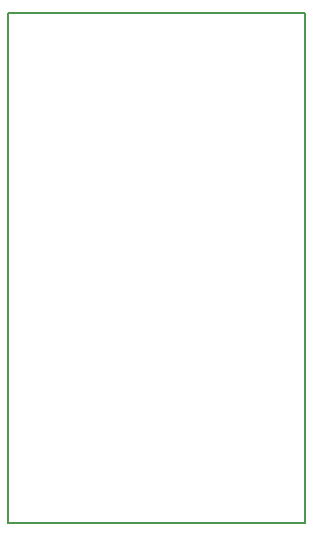
<source format=gbr>
%TF.GenerationSoftware,KiCad,Pcbnew,(6.99.0-228-g2fdbc41b8f)*%
%TF.CreationDate,2022-01-21T20:17:48+01:00*%
%TF.ProjectId,igniter,69676e69-7465-4722-9e6b-696361645f70,rev?*%
%TF.SameCoordinates,Original*%
%TF.FileFunction,Profile,NP*%
%FSLAX46Y46*%
G04 Gerber Fmt 4.6, Leading zero omitted, Abs format (unit mm)*
G04 Created by KiCad (PCBNEW (6.99.0-228-g2fdbc41b8f)) date 2022-01-21 20:17:48*
%MOMM*%
%LPD*%
G01*
G04 APERTURE LIST*
%TA.AperFunction,Profile*%
%ADD10C,0.150000*%
%TD*%
G04 APERTURE END LIST*
D10*
X119900000Y-26900000D02*
X145000000Y-26900000D01*
X145000000Y-26900000D02*
X145000000Y-70100000D01*
X145000000Y-70100000D02*
X119900000Y-70100000D01*
X119900000Y-70100000D02*
X119900000Y-26900000D01*
M02*

</source>
